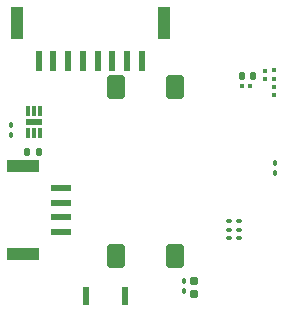
<source format=gbr>
%TF.GenerationSoftware,KiCad,Pcbnew,9.0.6-rc1*%
%TF.CreationDate,2025-12-21T23:59:12+01:00*%
%TF.ProjectId,PCB_PAPI,5043425f-5041-4504-992e-6b696361645f,rev?*%
%TF.SameCoordinates,Original*%
%TF.FileFunction,Paste,Bot*%
%TF.FilePolarity,Positive*%
%FSLAX46Y46*%
G04 Gerber Fmt 4.6, Leading zero omitted, Abs format (unit mm)*
G04 Created by KiCad (PCBNEW 9.0.6-rc1) date 2025-12-21 23:59:12*
%MOMM*%
%LPD*%
G01*
G04 APERTURE LIST*
G04 Aperture macros list*
%AMRoundRect*
0 Rectangle with rounded corners*
0 $1 Rounding radius*
0 $2 $3 $4 $5 $6 $7 $8 $9 X,Y pos of 4 corners*
0 Add a 4 corners polygon primitive as box body*
4,1,4,$2,$3,$4,$5,$6,$7,$8,$9,$2,$3,0*
0 Add four circle primitives for the rounded corners*
1,1,$1+$1,$2,$3*
1,1,$1+$1,$4,$5*
1,1,$1+$1,$6,$7*
1,1,$1+$1,$8,$9*
0 Add four rect primitives between the rounded corners*
20,1,$1+$1,$2,$3,$4,$5,0*
20,1,$1+$1,$4,$5,$6,$7,0*
20,1,$1+$1,$6,$7,$8,$9,0*
20,1,$1+$1,$8,$9,$2,$3,0*%
G04 Aperture macros list end*
%ADD10R,1.700000X0.600000*%
%ADD11R,2.700000X1.000000*%
%ADD12R,0.600000X1.700000*%
%ADD13R,1.000000X2.700000*%
%ADD14RoundRect,0.140000X0.140000X0.170000X-0.140000X0.170000X-0.140000X-0.170000X0.140000X-0.170000X0*%
%ADD15RoundRect,0.079500X0.100500X-0.079500X0.100500X0.079500X-0.100500X0.079500X-0.100500X-0.079500X0*%
%ADD16R,0.300000X0.850000*%
%ADD17R,1.420000X0.610000*%
%ADD18RoundRect,0.079500X-0.100500X0.079500X-0.100500X-0.079500X0.100500X-0.079500X0.100500X0.079500X0*%
%ADD19RoundRect,0.155000X-0.155000X0.212500X-0.155000X-0.212500X0.155000X-0.212500X0.155000X0.212500X0*%
%ADD20RoundRect,0.140000X-0.140000X-0.170000X0.140000X-0.170000X0.140000X0.170000X-0.140000X0.170000X0*%
%ADD21RoundRect,0.090000X-0.090000X0.139000X-0.090000X-0.139000X0.090000X-0.139000X0.090000X0.139000X0*%
%ADD22RoundRect,0.079500X-0.079500X-0.100500X0.079500X-0.100500X0.079500X0.100500X-0.079500X0.100500X0*%
%ADD23RoundRect,0.090000X0.090000X-0.139000X0.090000X0.139000X-0.090000X0.139000X-0.090000X-0.139000X0*%
%ADD24RoundRect,0.090000X0.139000X0.090000X-0.139000X0.090000X-0.139000X-0.090000X0.139000X-0.090000X0*%
%ADD25R,0.550000X1.500000*%
%ADD26RoundRect,0.250000X-0.500000X0.750000X-0.500000X-0.750000X0.500000X-0.750000X0.500000X0.750000X0*%
G04 APERTURE END LIST*
D10*
%TO.C,J3*%
X160325000Y-81175000D03*
X160325000Y-79925000D03*
X160325000Y-78675000D03*
X160325000Y-77425000D03*
D11*
X157125000Y-83025000D03*
X157125000Y-75575000D03*
%TD*%
D12*
%TO.C,J1*%
X158475000Y-66650000D03*
X159725000Y-66650000D03*
X160975000Y-66650000D03*
X162225000Y-66650000D03*
X163475000Y-66650000D03*
X164725000Y-66650000D03*
X165975000Y-66650000D03*
X167225000Y-66650000D03*
D13*
X156625000Y-63450000D03*
X169075000Y-63450000D03*
%TD*%
D14*
%TO.C,C2*%
X158480000Y-74350000D03*
X157520000Y-74350000D03*
%TD*%
D15*
%TO.C,R30*%
X178425000Y-69595000D03*
X178425000Y-68905000D03*
%TD*%
D16*
%TO.C,IC5*%
X157600000Y-70900000D03*
X158100000Y-70900000D03*
X158600000Y-70900000D03*
X158600000Y-72800000D03*
X158100000Y-72800000D03*
X157600000Y-72800000D03*
D17*
X158100000Y-71850000D03*
%TD*%
D18*
%TO.C,R31*%
X178415000Y-67480000D03*
X178415000Y-68170000D03*
%TD*%
D19*
%TO.C,C62*%
X171650000Y-85300000D03*
X171650000Y-86435000D03*
%TD*%
D20*
%TO.C,C45*%
X175695000Y-67950000D03*
X176655000Y-67950000D03*
%TD*%
D21*
%TO.C,C65*%
X170800000Y-85267500D03*
X170800000Y-86132500D03*
%TD*%
D22*
%TO.C,C44*%
X175655000Y-68775000D03*
X176345000Y-68775000D03*
%TD*%
D23*
%TO.C,C30*%
X178500000Y-76200000D03*
X178500000Y-75335000D03*
%TD*%
D24*
%TO.C,R36*%
X175475000Y-80950000D03*
X174610000Y-80950000D03*
%TD*%
%TO.C,R15*%
X175475000Y-80225000D03*
X174610000Y-80225000D03*
%TD*%
D25*
%TO.C,SW1*%
X162500000Y-86550000D03*
X165750000Y-86550000D03*
%TD*%
D23*
%TO.C,R17*%
X156100000Y-72982500D03*
X156100000Y-72117500D03*
%TD*%
D24*
%TO.C,C71*%
X175475000Y-81650000D03*
X174610000Y-81650000D03*
%TD*%
D26*
%TO.C,SW2*%
X165000000Y-68900000D03*
X165000000Y-83200000D03*
X170000000Y-68900000D03*
X170000000Y-83200000D03*
%TD*%
D15*
%TO.C,R32*%
X177675000Y-68175000D03*
X177675000Y-67485000D03*
%TD*%
M02*

</source>
